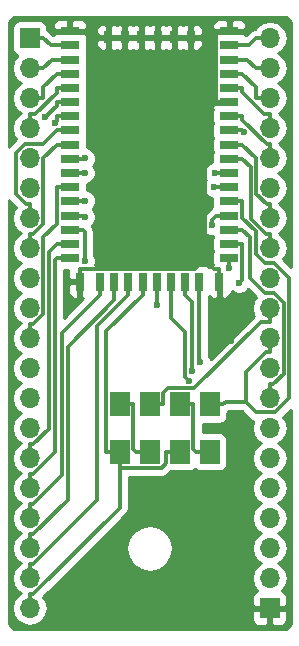
<source format=gtl>
G04 #@! TF.FileFunction,Copper,L1,Top,Signal*
%FSLAX46Y46*%
G04 Gerber Fmt 4.6, Leading zero omitted, Abs format (unit mm)*
G04 Created by KiCad (PCBNEW 4.0.7) date *
%MOMM*%
%LPD*%
G01*
G04 APERTURE LIST*
%ADD10C,0.100000*%
%ADD11R,1.600000X0.800000*%
%ADD12R,0.800000X1.600000*%
%ADD13R,0.800000X1.000000*%
%ADD14R,1.700000X2.000000*%
%ADD15R,1.700000X1.700000*%
%ADD16O,1.700000X1.700000*%
%ADD17C,0.600000*%
%ADD18C,0.304800*%
%ADD19C,0.254000*%
G04 APERTURE END LIST*
D10*
D11*
X130410000Y-90860000D03*
X130410000Y-92060000D03*
X130410000Y-93260000D03*
X130410000Y-94460000D03*
X130410000Y-95660000D03*
X130410000Y-96860000D03*
X130410000Y-98060000D03*
X130410000Y-99260000D03*
X130410000Y-100460000D03*
X130410000Y-101660000D03*
X130410000Y-102860000D03*
X130410000Y-104060000D03*
X130410000Y-105260000D03*
X130410000Y-106460000D03*
X130410000Y-107660000D03*
X130410000Y-108860000D03*
X130410000Y-110060000D03*
D12*
X131260000Y-112060000D03*
X132960000Y-112060000D03*
X134160000Y-112060000D03*
X135360000Y-112060000D03*
X136560000Y-112060000D03*
X137760000Y-112060000D03*
X138960000Y-112060000D03*
X140160000Y-112060000D03*
X141360000Y-112060000D03*
X143060000Y-112060000D03*
D11*
X143910000Y-110060000D03*
X143910000Y-108860000D03*
X143910000Y-107660000D03*
X143910000Y-106460000D03*
X143910000Y-105260000D03*
X143910000Y-104060000D03*
X143910000Y-102860000D03*
X143910000Y-101660000D03*
X143910000Y-100460000D03*
X143910000Y-99260000D03*
X143910000Y-98060000D03*
X143910000Y-96860000D03*
X143910000Y-95660000D03*
X143910000Y-94460000D03*
X143910000Y-93260000D03*
X143910000Y-92060000D03*
X143910000Y-90860000D03*
D13*
X140660000Y-91360000D03*
X139260000Y-91360000D03*
X137860000Y-91360000D03*
X136460000Y-91360000D03*
X135060000Y-91360000D03*
X133660000Y-91360000D03*
D14*
X137160000Y-122460000D03*
X137160000Y-126460000D03*
X142240000Y-122460000D03*
X142240000Y-126460000D03*
X134620000Y-126460000D03*
X134620000Y-122460000D03*
X139700000Y-126460000D03*
X139700000Y-122460000D03*
D15*
X127000000Y-91440000D03*
D16*
X127000000Y-93980000D03*
X127000000Y-96520000D03*
X127000000Y-99060000D03*
X127000000Y-101600000D03*
X127000000Y-104140000D03*
X127000000Y-106680000D03*
X127000000Y-109220000D03*
X127000000Y-111760000D03*
X127000000Y-114300000D03*
X127000000Y-116840000D03*
X127000000Y-119380000D03*
X127000000Y-121920000D03*
X127000000Y-124460000D03*
X127000000Y-127000000D03*
X127000000Y-129540000D03*
X127000000Y-132080000D03*
X127000000Y-134620000D03*
X127000000Y-137160000D03*
X127000000Y-139700000D03*
D15*
X147320000Y-139700000D03*
D16*
X147320000Y-137160000D03*
X147320000Y-134620000D03*
X147320000Y-132080000D03*
X147320000Y-129540000D03*
X147320000Y-127000000D03*
X147320000Y-124460000D03*
X147320000Y-121920000D03*
X147320000Y-119380000D03*
X147320000Y-116840000D03*
X147320000Y-114300000D03*
X147320000Y-111760000D03*
X147320000Y-109220000D03*
X147320000Y-106680000D03*
X147320000Y-104140000D03*
X147320000Y-101600000D03*
X147320000Y-99060000D03*
X147320000Y-96520000D03*
X147320000Y-93980000D03*
X147320000Y-91440000D03*
D17*
X144065200Y-117078000D03*
X128340300Y-98160500D03*
X129121300Y-98629800D03*
X131670200Y-101618700D03*
X131674400Y-102842100D03*
X131699400Y-105218100D03*
X131689800Y-106593200D03*
X131675800Y-110313400D03*
X137760000Y-114065000D03*
X140532600Y-120500500D03*
X140785900Y-119620000D03*
X141412000Y-118874000D03*
X143910000Y-110931400D03*
X144748200Y-112150800D03*
X142447500Y-107275400D03*
X142650100Y-104065700D03*
X142656600Y-102865700D03*
X145184100Y-99429000D03*
D18*
X136460000Y-91360000D02*
X137860000Y-91360000D01*
X137860000Y-91360000D02*
X139260000Y-91360000D01*
X139260000Y-91360000D02*
X140660000Y-91360000D01*
X140660000Y-91360000D02*
X141365100Y-91360000D01*
X143910000Y-90860000D02*
X142804900Y-90860000D01*
X143910000Y-96860000D02*
X142804900Y-96860000D01*
X141365100Y-91360000D02*
X142804800Y-91360000D01*
X142804900Y-91359900D02*
X142804900Y-90860000D01*
X142804800Y-91360000D02*
X142804900Y-91359900D01*
X132454900Y-90860000D02*
X130410000Y-90860000D01*
X132954900Y-91360000D02*
X132454900Y-90860000D01*
X133660000Y-91360000D02*
X132954900Y-91360000D01*
X136460000Y-91360000D02*
X135060000Y-91360000D01*
X135060000Y-91360000D02*
X133660000Y-91360000D01*
X131260000Y-112060000D02*
X131260000Y-110954900D01*
X142804800Y-96859900D02*
X142804900Y-96860000D01*
X142804800Y-91360000D02*
X142804800Y-96859900D01*
X141829000Y-97835900D02*
X141829000Y-110143200D01*
X142804900Y-96860000D02*
X141829000Y-97835900D01*
X141017300Y-110954900D02*
X131260000Y-110954900D01*
X141829000Y-110143200D02*
X141017300Y-110954900D01*
X142640700Y-110954900D02*
X143060000Y-110954900D01*
X141829000Y-110143200D02*
X142640700Y-110954900D01*
X143060000Y-112060000D02*
X143060000Y-110954900D01*
X143060000Y-112060000D02*
X143060000Y-113165100D01*
X144065200Y-114170300D02*
X144065200Y-117078000D01*
X143060000Y-113165100D02*
X144065200Y-114170300D01*
X128775100Y-92060000D02*
X130410000Y-92060000D01*
X128155100Y-91440000D02*
X128775100Y-92060000D01*
X127000000Y-91440000D02*
X128155100Y-91440000D01*
X128875100Y-93260000D02*
X130410000Y-93260000D01*
X128155100Y-93980000D02*
X128875100Y-93260000D01*
X127000000Y-93980000D02*
X128155100Y-93980000D01*
X128155100Y-95609800D02*
X129304900Y-94460000D01*
X128155100Y-96520000D02*
X128155100Y-95609800D01*
X127000000Y-96520000D02*
X128155100Y-96520000D01*
X130410000Y-94460000D02*
X129304900Y-94460000D01*
X129304900Y-96061300D02*
X129304900Y-95660000D01*
X127461300Y-97904900D02*
X129304900Y-96061300D01*
X127000000Y-97904900D02*
X127461300Y-97904900D01*
X127000000Y-99060000D02*
X127000000Y-97904900D01*
X130410000Y-95660000D02*
X129304900Y-95660000D01*
X129304900Y-97195900D02*
X129304900Y-96860000D01*
X128340300Y-98160500D02*
X129304900Y-97195900D01*
X130410000Y-96860000D02*
X129304900Y-96860000D01*
X130410000Y-98060000D02*
X129304900Y-98060000D01*
X129304900Y-98446200D02*
X129121300Y-98629800D01*
X129304900Y-98060000D02*
X129304900Y-98446200D01*
X128173200Y-100391700D02*
X129304900Y-99260000D01*
X126568300Y-100391700D02*
X128173200Y-100391700D01*
X125819300Y-101140700D02*
X126568300Y-100391700D01*
X125819300Y-104633000D02*
X125819300Y-101140700D01*
X126711200Y-105524900D02*
X125819300Y-104633000D01*
X127000000Y-105524900D02*
X126711200Y-105524900D01*
X127000000Y-106680000D02*
X127000000Y-105524900D01*
X130410000Y-99260000D02*
X129304900Y-99260000D01*
X128155100Y-101609800D02*
X129304900Y-100460000D01*
X128155100Y-107198700D02*
X128155100Y-101609800D01*
X127288900Y-108064900D02*
X128155100Y-107198700D01*
X127000000Y-108064900D02*
X127288900Y-108064900D01*
X127000000Y-109220000D02*
X127000000Y-108064900D01*
X130410000Y-100460000D02*
X129304900Y-100460000D01*
X130410000Y-101660000D02*
X131515100Y-101660000D01*
X131556400Y-101618700D02*
X131670200Y-101618700D01*
X131515100Y-101660000D02*
X131556400Y-101618700D01*
X130410000Y-102860000D02*
X131515100Y-102860000D01*
X131533000Y-102842100D02*
X131515100Y-102860000D01*
X131674400Y-102842100D02*
X131533000Y-102842100D01*
X129304900Y-107155000D02*
X129304900Y-104060000D01*
X128155100Y-108304800D02*
X129304900Y-107155000D01*
X128155100Y-114818700D02*
X128155100Y-108304800D01*
X127288900Y-115684900D02*
X128155100Y-114818700D01*
X127000000Y-115684900D02*
X127288900Y-115684900D01*
X127000000Y-116840000D02*
X127000000Y-115684900D01*
X130410000Y-104060000D02*
X129304900Y-104060000D01*
X130410000Y-105260000D02*
X131515100Y-105260000D01*
X131557000Y-105218100D02*
X131699400Y-105218100D01*
X131515100Y-105260000D02*
X131557000Y-105218100D01*
X131556600Y-106460000D02*
X130410000Y-106460000D01*
X131689800Y-106593200D02*
X131556600Y-106460000D01*
X130410000Y-107660000D02*
X131515100Y-107660000D01*
X131675800Y-107820700D02*
X131675800Y-110313400D01*
X131515100Y-107660000D02*
X131675800Y-107820700D01*
X128612700Y-109552200D02*
X129304900Y-108860000D01*
X128612700Y-124521000D02*
X128612700Y-109552200D01*
X127288800Y-125844900D02*
X128612700Y-124521000D01*
X127000000Y-125844900D02*
X127288800Y-125844900D01*
X127000000Y-127000000D02*
X127000000Y-125844900D01*
X130410000Y-108860000D02*
X129304900Y-108860000D01*
X127000000Y-129540000D02*
X127000000Y-128384900D01*
X130410000Y-110060000D02*
X129304900Y-110060000D01*
X129111100Y-110253800D02*
X129304900Y-110060000D01*
X129111100Y-126522500D02*
X129111100Y-110253800D01*
X127248700Y-128384900D02*
X129111100Y-126522500D01*
X127000000Y-128384900D02*
X127248700Y-128384900D01*
X127269200Y-130924900D02*
X127000000Y-130924900D01*
X129756400Y-128437700D02*
X127269200Y-130924900D01*
X129756400Y-116368700D02*
X129756400Y-128437700D01*
X132960000Y-113165100D02*
X129756400Y-116368700D01*
X132960000Y-112060000D02*
X132960000Y-113165100D01*
X127000000Y-132080000D02*
X127000000Y-130924900D01*
X134160000Y-113641600D02*
X134160000Y-112060000D01*
X130214000Y-117587600D02*
X134160000Y-113641600D01*
X130214000Y-130539700D02*
X130214000Y-117587600D01*
X127288800Y-133464900D02*
X130214000Y-130539700D01*
X127000000Y-133464900D02*
X127288800Y-133464900D01*
X127000000Y-134620000D02*
X127000000Y-133464900D01*
X127000000Y-137160000D02*
X127000000Y-136004900D01*
X135360000Y-112060000D02*
X135360000Y-113165100D01*
X132736200Y-115788900D02*
X135360000Y-113165100D01*
X132736200Y-130557600D02*
X132736200Y-115788900D01*
X127288900Y-136004900D02*
X132736200Y-130557600D01*
X127000000Y-136004900D02*
X127288900Y-136004900D01*
X134620000Y-126460000D02*
X133464900Y-126460000D01*
X127000000Y-139700000D02*
X127000000Y-138544900D01*
X139700000Y-126460000D02*
X138544900Y-126460000D01*
X138172200Y-127815300D02*
X134620000Y-127815300D01*
X138544900Y-127442600D02*
X138172200Y-127815300D01*
X138544900Y-126460000D02*
X138544900Y-127442600D01*
X134620000Y-131213700D02*
X134620000Y-127815300D01*
X127288800Y-138544900D02*
X134620000Y-131213700D01*
X127000000Y-138544900D02*
X127288800Y-138544900D01*
X134620000Y-127815300D02*
X134620000Y-126460000D01*
X133464900Y-116260200D02*
X133464900Y-126460000D01*
X136560000Y-113165100D02*
X133464900Y-116260200D01*
X136560000Y-112060000D02*
X136560000Y-113165100D01*
X137760000Y-114065000D02*
X137760000Y-112060000D01*
X138960000Y-115099800D02*
X138960000Y-112060000D01*
X140160000Y-116299800D02*
X138960000Y-115099800D01*
X140160000Y-120127900D02*
X140160000Y-116299800D01*
X140532600Y-120500500D02*
X140160000Y-120127900D01*
X140160000Y-112060000D02*
X140160000Y-113165100D01*
X140785900Y-113791000D02*
X140160000Y-113165100D01*
X140785900Y-119620000D02*
X140785900Y-113791000D01*
X141360000Y-112060000D02*
X141360000Y-113165100D01*
X141360000Y-118822000D02*
X141412000Y-118874000D01*
X141360000Y-113165100D02*
X141360000Y-118822000D01*
X143910000Y-110060000D02*
X143910000Y-110931400D01*
X143910000Y-108860000D02*
X145015100Y-108860000D01*
X145015100Y-111883900D02*
X145015100Y-108860000D01*
X144748200Y-112150800D02*
X145015100Y-111883900D01*
X145674800Y-108319700D02*
X145015100Y-107660000D01*
X145674800Y-111758500D02*
X145674800Y-108319700D01*
X146946300Y-113030000D02*
X145674800Y-111758500D01*
X147714400Y-113030000D02*
X146946300Y-113030000D01*
X148521300Y-113836900D02*
X147714400Y-113030000D01*
X148521300Y-119852400D02*
X148521300Y-113836900D01*
X147608800Y-120764900D02*
X148521300Y-119852400D01*
X147320000Y-120764900D02*
X147608800Y-120764900D01*
X147320000Y-121920000D02*
X147320000Y-120764900D01*
X143910000Y-107660000D02*
X145015100Y-107660000D01*
X143910000Y-106460000D02*
X142804900Y-106460000D01*
X142447500Y-106817400D02*
X142447500Y-107275400D01*
X142804900Y-106460000D02*
X142447500Y-106817400D01*
X143910000Y-105260000D02*
X145015100Y-105260000D01*
X142240000Y-122460000D02*
X143395100Y-122460000D01*
X145337700Y-119688600D02*
X145337700Y-122265600D01*
X147031200Y-117995100D02*
X145337700Y-119688600D01*
X147320000Y-117995100D02*
X147031200Y-117995100D01*
X143589500Y-122265600D02*
X145337700Y-122265600D01*
X143395100Y-122460000D02*
X143589500Y-122265600D01*
X145015100Y-106674400D02*
X145015100Y-105260000D01*
X146132400Y-107791700D02*
X145015100Y-106674400D01*
X146132400Y-109687400D02*
X146132400Y-107791700D01*
X146935000Y-110490000D02*
X146132400Y-109687400D01*
X147690000Y-110490000D02*
X146935000Y-110490000D01*
X148978900Y-111778900D02*
X147690000Y-110490000D01*
X148978900Y-121921600D02*
X148978900Y-111778900D01*
X147806100Y-123094400D02*
X148978900Y-121921600D01*
X146166500Y-123094400D02*
X147806100Y-123094400D01*
X145337700Y-122265600D02*
X146166500Y-123094400D01*
X147320000Y-116840000D02*
X147320000Y-117995100D01*
X142799200Y-104065700D02*
X142804900Y-104060000D01*
X142650100Y-104065700D02*
X142799200Y-104065700D01*
X143910000Y-104060000D02*
X142804900Y-104060000D01*
X147320000Y-114300000D02*
X147320000Y-115455100D01*
X137160000Y-122460000D02*
X138315100Y-122460000D01*
X146583500Y-115455100D02*
X147320000Y-115455100D01*
X140933000Y-121105600D02*
X146583500Y-115455100D01*
X138731000Y-121105600D02*
X140933000Y-121105600D01*
X138315100Y-121521500D02*
X138731000Y-121105600D01*
X138315100Y-122460000D02*
X138315100Y-121521500D01*
X143910000Y-102860000D02*
X142804900Y-102860000D01*
X142799200Y-102865700D02*
X142804900Y-102860000D01*
X142656600Y-102865700D02*
X142799200Y-102865700D01*
X147320000Y-109220000D02*
X147320000Y-108064900D01*
X143910000Y-101660000D02*
X145015100Y-101660000D01*
X147053600Y-108064900D02*
X147320000Y-108064900D01*
X145707300Y-106718600D02*
X147053600Y-108064900D01*
X145707300Y-102352200D02*
X145707300Y-106718600D01*
X145015100Y-101660000D02*
X145707300Y-102352200D01*
X146164800Y-101609700D02*
X145015100Y-100460000D01*
X146164800Y-104618400D02*
X146164800Y-101609700D01*
X147071300Y-105524900D02*
X146164800Y-104618400D01*
X147320000Y-105524900D02*
X147071300Y-105524900D01*
X147320000Y-106680000D02*
X147320000Y-105524900D01*
X143910000Y-100460000D02*
X145015100Y-100460000D01*
X143910000Y-99260000D02*
X145015100Y-99260000D01*
X145015100Y-99260000D02*
X145184100Y-99429000D01*
X145015100Y-98392500D02*
X145015100Y-98060000D01*
X147067500Y-100444900D02*
X145015100Y-98392500D01*
X147320000Y-100444900D02*
X147067500Y-100444900D01*
X147320000Y-101600000D02*
X147320000Y-100444900D01*
X143910000Y-98060000D02*
X145015100Y-98060000D01*
X145015100Y-96041400D02*
X145015100Y-95660000D01*
X146878600Y-97904900D02*
X145015100Y-96041400D01*
X147320000Y-97904900D02*
X146878600Y-97904900D01*
X147320000Y-99060000D02*
X147320000Y-97904900D01*
X143910000Y-95660000D02*
X145015100Y-95660000D01*
X146164900Y-95609800D02*
X145015100Y-94460000D01*
X146164900Y-96520000D02*
X146164900Y-95609800D01*
X147320000Y-96520000D02*
X146164900Y-96520000D01*
X143910000Y-94460000D02*
X145015100Y-94460000D01*
X145444900Y-93260000D02*
X143910000Y-93260000D01*
X146164900Y-93980000D02*
X145444900Y-93260000D01*
X147320000Y-93980000D02*
X146164900Y-93980000D01*
X145544900Y-92060000D02*
X143910000Y-92060000D01*
X146164900Y-91440000D02*
X145544900Y-92060000D01*
X147320000Y-91440000D02*
X146164900Y-91440000D01*
X135775100Y-126230200D02*
X136004900Y-126460000D01*
X135775100Y-122460000D02*
X135775100Y-126230200D01*
X137160000Y-126460000D02*
X136004900Y-126460000D01*
X134620000Y-122460000D02*
X135775100Y-122460000D01*
X140855100Y-126230200D02*
X141084900Y-126460000D01*
X140855100Y-122460000D02*
X140855100Y-126230200D01*
X142240000Y-126460000D02*
X141084900Y-126460000D01*
X139700000Y-122460000D02*
X140855100Y-122460000D01*
D19*
G36*
X125262524Y-105189776D02*
X125833471Y-105760723D01*
X125598946Y-106111715D01*
X125485907Y-106680000D01*
X125598946Y-107248285D01*
X125920853Y-107730054D01*
X126237164Y-107941406D01*
X126233221Y-107961229D01*
X125920853Y-108169946D01*
X125598946Y-108651715D01*
X125485907Y-109220000D01*
X125598946Y-109788285D01*
X125920853Y-110270054D01*
X126250026Y-110490000D01*
X125920853Y-110709946D01*
X125598946Y-111191715D01*
X125485907Y-111760000D01*
X125598946Y-112328285D01*
X125920853Y-112810054D01*
X126250026Y-113030000D01*
X125920853Y-113249946D01*
X125598946Y-113731715D01*
X125485907Y-114300000D01*
X125598946Y-114868285D01*
X125920853Y-115350054D01*
X126237164Y-115561406D01*
X126233221Y-115581229D01*
X125920853Y-115789946D01*
X125598946Y-116271715D01*
X125485907Y-116840000D01*
X125598946Y-117408285D01*
X125920853Y-117890054D01*
X126250026Y-118110000D01*
X125920853Y-118329946D01*
X125598946Y-118811715D01*
X125485907Y-119380000D01*
X125598946Y-119948285D01*
X125920853Y-120430054D01*
X126250026Y-120650000D01*
X125920853Y-120869946D01*
X125598946Y-121351715D01*
X125485907Y-121920000D01*
X125598946Y-122488285D01*
X125920853Y-122970054D01*
X126250026Y-123190000D01*
X125920853Y-123409946D01*
X125598946Y-123891715D01*
X125485907Y-124460000D01*
X125598946Y-125028285D01*
X125920853Y-125510054D01*
X126237164Y-125721406D01*
X126233221Y-125741229D01*
X125920853Y-125949946D01*
X125598946Y-126431715D01*
X125485907Y-127000000D01*
X125598946Y-127568285D01*
X125920853Y-128050054D01*
X126237164Y-128261406D01*
X126233221Y-128281229D01*
X125920853Y-128489946D01*
X125598946Y-128971715D01*
X125485907Y-129540000D01*
X125598946Y-130108285D01*
X125920853Y-130590054D01*
X126237164Y-130801406D01*
X126233221Y-130821229D01*
X125920853Y-131029946D01*
X125598946Y-131511715D01*
X125485907Y-132080000D01*
X125598946Y-132648285D01*
X125920853Y-133130054D01*
X126237164Y-133341406D01*
X126233221Y-133361229D01*
X125920853Y-133569946D01*
X125598946Y-134051715D01*
X125485907Y-134620000D01*
X125598946Y-135188285D01*
X125920853Y-135670054D01*
X126237164Y-135881406D01*
X126233221Y-135901229D01*
X125920853Y-136109946D01*
X125598946Y-136591715D01*
X125485907Y-137160000D01*
X125598946Y-137728285D01*
X125920853Y-138210054D01*
X126237164Y-138421406D01*
X126233221Y-138441229D01*
X125920853Y-138649946D01*
X125598946Y-139131715D01*
X125485907Y-139700000D01*
X125598946Y-140268285D01*
X125920853Y-140750054D01*
X126402622Y-141071961D01*
X126970907Y-141185000D01*
X127029093Y-141185000D01*
X127597378Y-141071961D01*
X128079147Y-140750054D01*
X128401054Y-140268285D01*
X128457253Y-139985750D01*
X145835000Y-139985750D01*
X145835000Y-140676310D01*
X145931673Y-140909699D01*
X146110302Y-141088327D01*
X146343691Y-141185000D01*
X147034250Y-141185000D01*
X147193000Y-141026250D01*
X147193000Y-139827000D01*
X147447000Y-139827000D01*
X147447000Y-141026250D01*
X147605750Y-141185000D01*
X148296309Y-141185000D01*
X148529698Y-141088327D01*
X148708327Y-140909699D01*
X148805000Y-140676310D01*
X148805000Y-139985750D01*
X148646250Y-139827000D01*
X147447000Y-139827000D01*
X147193000Y-139827000D01*
X145993750Y-139827000D01*
X145835000Y-139985750D01*
X128457253Y-139985750D01*
X128514093Y-139700000D01*
X128401054Y-139131715D01*
X128166529Y-138780723D01*
X132327252Y-134620000D01*
X135180000Y-134620000D01*
X135330719Y-135377713D01*
X135759929Y-136020071D01*
X136402287Y-136449281D01*
X137160000Y-136600000D01*
X137917713Y-136449281D01*
X138560071Y-136020071D01*
X138989281Y-135377713D01*
X139140000Y-134620000D01*
X138989281Y-133862287D01*
X138560071Y-133219929D01*
X137917713Y-132790719D01*
X137160000Y-132640000D01*
X136402287Y-132790719D01*
X135759929Y-133219929D01*
X135330719Y-133862287D01*
X135180000Y-134620000D01*
X132327252Y-134620000D01*
X135176776Y-131770476D01*
X135347463Y-131515025D01*
X135407400Y-131213700D01*
X135407400Y-128602700D01*
X138172200Y-128602700D01*
X138473525Y-128542763D01*
X138728976Y-128372076D01*
X138993612Y-128107440D01*
X140550000Y-128107440D01*
X140785317Y-128063162D01*
X140972077Y-127942985D01*
X141138110Y-128056431D01*
X141390000Y-128107440D01*
X143090000Y-128107440D01*
X143325317Y-128063162D01*
X143541441Y-127924090D01*
X143686431Y-127711890D01*
X143737440Y-127460000D01*
X143737440Y-125460000D01*
X143693162Y-125224683D01*
X143554090Y-125008559D01*
X143341890Y-124863569D01*
X143090000Y-124812560D01*
X141642500Y-124812560D01*
X141642500Y-124107440D01*
X143090000Y-124107440D01*
X143325317Y-124063162D01*
X143541441Y-123924090D01*
X143686431Y-123711890D01*
X143737440Y-123460000D01*
X143737440Y-123160058D01*
X143897663Y-123053000D01*
X145011548Y-123053000D01*
X145609724Y-123651176D01*
X145865175Y-123821863D01*
X145953836Y-123839499D01*
X145918946Y-123891715D01*
X145805907Y-124460000D01*
X145918946Y-125028285D01*
X146240853Y-125510054D01*
X146570026Y-125730000D01*
X146240853Y-125949946D01*
X145918946Y-126431715D01*
X145805907Y-127000000D01*
X145918946Y-127568285D01*
X146240853Y-128050054D01*
X146570026Y-128270000D01*
X146240853Y-128489946D01*
X145918946Y-128971715D01*
X145805907Y-129540000D01*
X145918946Y-130108285D01*
X146240853Y-130590054D01*
X146570026Y-130810000D01*
X146240853Y-131029946D01*
X145918946Y-131511715D01*
X145805907Y-132080000D01*
X145918946Y-132648285D01*
X146240853Y-133130054D01*
X146570026Y-133350000D01*
X146240853Y-133569946D01*
X145918946Y-134051715D01*
X145805907Y-134620000D01*
X145918946Y-135188285D01*
X146240853Y-135670054D01*
X146570026Y-135890000D01*
X146240853Y-136109946D01*
X145918946Y-136591715D01*
X145805907Y-137160000D01*
X145918946Y-137728285D01*
X146240853Y-138210054D01*
X146284777Y-138239403D01*
X146110302Y-138311673D01*
X145931673Y-138490301D01*
X145835000Y-138723690D01*
X145835000Y-139414250D01*
X145993750Y-139573000D01*
X147193000Y-139573000D01*
X147193000Y-139553000D01*
X147447000Y-139553000D01*
X147447000Y-139573000D01*
X148646250Y-139573000D01*
X148805000Y-139414250D01*
X148805000Y-138723690D01*
X148708327Y-138490301D01*
X148529698Y-138311673D01*
X148355223Y-138239403D01*
X148399147Y-138210054D01*
X148721054Y-137728285D01*
X148834093Y-137160000D01*
X148721054Y-136591715D01*
X148399147Y-136109946D01*
X148069974Y-135890000D01*
X148399147Y-135670054D01*
X148721054Y-135188285D01*
X148834093Y-134620000D01*
X148721054Y-134051715D01*
X148399147Y-133569946D01*
X148069974Y-133350000D01*
X148399147Y-133130054D01*
X148721054Y-132648285D01*
X148834093Y-132080000D01*
X148721054Y-131511715D01*
X148399147Y-131029946D01*
X148069974Y-130810000D01*
X148399147Y-130590054D01*
X148721054Y-130108285D01*
X148834093Y-129540000D01*
X148721054Y-128971715D01*
X148399147Y-128489946D01*
X148069974Y-128270000D01*
X148399147Y-128050054D01*
X148721054Y-127568285D01*
X148834093Y-127000000D01*
X148721054Y-126431715D01*
X148399147Y-125949946D01*
X148069974Y-125730000D01*
X148399147Y-125510054D01*
X148721054Y-125028285D01*
X148834093Y-124460000D01*
X148721054Y-123891715D01*
X148481242Y-123532810D01*
X149098000Y-122916052D01*
X149098000Y-141044394D01*
X148664394Y-141478000D01*
X125655606Y-141478000D01*
X125222000Y-141044394D01*
X125222000Y-105129128D01*
X125262524Y-105189776D01*
X125262524Y-105189776D01*
G37*
X125262524Y-105189776D02*
X125833471Y-105760723D01*
X125598946Y-106111715D01*
X125485907Y-106680000D01*
X125598946Y-107248285D01*
X125920853Y-107730054D01*
X126237164Y-107941406D01*
X126233221Y-107961229D01*
X125920853Y-108169946D01*
X125598946Y-108651715D01*
X125485907Y-109220000D01*
X125598946Y-109788285D01*
X125920853Y-110270054D01*
X126250026Y-110490000D01*
X125920853Y-110709946D01*
X125598946Y-111191715D01*
X125485907Y-111760000D01*
X125598946Y-112328285D01*
X125920853Y-112810054D01*
X126250026Y-113030000D01*
X125920853Y-113249946D01*
X125598946Y-113731715D01*
X125485907Y-114300000D01*
X125598946Y-114868285D01*
X125920853Y-115350054D01*
X126237164Y-115561406D01*
X126233221Y-115581229D01*
X125920853Y-115789946D01*
X125598946Y-116271715D01*
X125485907Y-116840000D01*
X125598946Y-117408285D01*
X125920853Y-117890054D01*
X126250026Y-118110000D01*
X125920853Y-118329946D01*
X125598946Y-118811715D01*
X125485907Y-119380000D01*
X125598946Y-119948285D01*
X125920853Y-120430054D01*
X126250026Y-120650000D01*
X125920853Y-120869946D01*
X125598946Y-121351715D01*
X125485907Y-121920000D01*
X125598946Y-122488285D01*
X125920853Y-122970054D01*
X126250026Y-123190000D01*
X125920853Y-123409946D01*
X125598946Y-123891715D01*
X125485907Y-124460000D01*
X125598946Y-125028285D01*
X125920853Y-125510054D01*
X126237164Y-125721406D01*
X126233221Y-125741229D01*
X125920853Y-125949946D01*
X125598946Y-126431715D01*
X125485907Y-127000000D01*
X125598946Y-127568285D01*
X125920853Y-128050054D01*
X126237164Y-128261406D01*
X126233221Y-128281229D01*
X125920853Y-128489946D01*
X125598946Y-128971715D01*
X125485907Y-129540000D01*
X125598946Y-130108285D01*
X125920853Y-130590054D01*
X126237164Y-130801406D01*
X126233221Y-130821229D01*
X125920853Y-131029946D01*
X125598946Y-131511715D01*
X125485907Y-132080000D01*
X125598946Y-132648285D01*
X125920853Y-133130054D01*
X126237164Y-133341406D01*
X126233221Y-133361229D01*
X125920853Y-133569946D01*
X125598946Y-134051715D01*
X125485907Y-134620000D01*
X125598946Y-135188285D01*
X125920853Y-135670054D01*
X126237164Y-135881406D01*
X126233221Y-135901229D01*
X125920853Y-136109946D01*
X125598946Y-136591715D01*
X125485907Y-137160000D01*
X125598946Y-137728285D01*
X125920853Y-138210054D01*
X126237164Y-138421406D01*
X126233221Y-138441229D01*
X125920853Y-138649946D01*
X125598946Y-139131715D01*
X125485907Y-139700000D01*
X125598946Y-140268285D01*
X125920853Y-140750054D01*
X126402622Y-141071961D01*
X126970907Y-141185000D01*
X127029093Y-141185000D01*
X127597378Y-141071961D01*
X128079147Y-140750054D01*
X128401054Y-140268285D01*
X128457253Y-139985750D01*
X145835000Y-139985750D01*
X145835000Y-140676310D01*
X145931673Y-140909699D01*
X146110302Y-141088327D01*
X146343691Y-141185000D01*
X147034250Y-141185000D01*
X147193000Y-141026250D01*
X147193000Y-139827000D01*
X147447000Y-139827000D01*
X147447000Y-141026250D01*
X147605750Y-141185000D01*
X148296309Y-141185000D01*
X148529698Y-141088327D01*
X148708327Y-140909699D01*
X148805000Y-140676310D01*
X148805000Y-139985750D01*
X148646250Y-139827000D01*
X147447000Y-139827000D01*
X147193000Y-139827000D01*
X145993750Y-139827000D01*
X145835000Y-139985750D01*
X128457253Y-139985750D01*
X128514093Y-139700000D01*
X128401054Y-139131715D01*
X128166529Y-138780723D01*
X132327252Y-134620000D01*
X135180000Y-134620000D01*
X135330719Y-135377713D01*
X135759929Y-136020071D01*
X136402287Y-136449281D01*
X137160000Y-136600000D01*
X137917713Y-136449281D01*
X138560071Y-136020071D01*
X138989281Y-135377713D01*
X139140000Y-134620000D01*
X138989281Y-133862287D01*
X138560071Y-133219929D01*
X137917713Y-132790719D01*
X137160000Y-132640000D01*
X136402287Y-132790719D01*
X135759929Y-133219929D01*
X135330719Y-133862287D01*
X135180000Y-134620000D01*
X132327252Y-134620000D01*
X135176776Y-131770476D01*
X135347463Y-131515025D01*
X135407400Y-131213700D01*
X135407400Y-128602700D01*
X138172200Y-128602700D01*
X138473525Y-128542763D01*
X138728976Y-128372076D01*
X138993612Y-128107440D01*
X140550000Y-128107440D01*
X140785317Y-128063162D01*
X140972077Y-127942985D01*
X141138110Y-128056431D01*
X141390000Y-128107440D01*
X143090000Y-128107440D01*
X143325317Y-128063162D01*
X143541441Y-127924090D01*
X143686431Y-127711890D01*
X143737440Y-127460000D01*
X143737440Y-125460000D01*
X143693162Y-125224683D01*
X143554090Y-125008559D01*
X143341890Y-124863569D01*
X143090000Y-124812560D01*
X141642500Y-124812560D01*
X141642500Y-124107440D01*
X143090000Y-124107440D01*
X143325317Y-124063162D01*
X143541441Y-123924090D01*
X143686431Y-123711890D01*
X143737440Y-123460000D01*
X143737440Y-123160058D01*
X143897663Y-123053000D01*
X145011548Y-123053000D01*
X145609724Y-123651176D01*
X145865175Y-123821863D01*
X145953836Y-123839499D01*
X145918946Y-123891715D01*
X145805907Y-124460000D01*
X145918946Y-125028285D01*
X146240853Y-125510054D01*
X146570026Y-125730000D01*
X146240853Y-125949946D01*
X145918946Y-126431715D01*
X145805907Y-127000000D01*
X145918946Y-127568285D01*
X146240853Y-128050054D01*
X146570026Y-128270000D01*
X146240853Y-128489946D01*
X145918946Y-128971715D01*
X145805907Y-129540000D01*
X145918946Y-130108285D01*
X146240853Y-130590054D01*
X146570026Y-130810000D01*
X146240853Y-131029946D01*
X145918946Y-131511715D01*
X145805907Y-132080000D01*
X145918946Y-132648285D01*
X146240853Y-133130054D01*
X146570026Y-133350000D01*
X146240853Y-133569946D01*
X145918946Y-134051715D01*
X145805907Y-134620000D01*
X145918946Y-135188285D01*
X146240853Y-135670054D01*
X146570026Y-135890000D01*
X146240853Y-136109946D01*
X145918946Y-136591715D01*
X145805907Y-137160000D01*
X145918946Y-137728285D01*
X146240853Y-138210054D01*
X146284777Y-138239403D01*
X146110302Y-138311673D01*
X145931673Y-138490301D01*
X145835000Y-138723690D01*
X145835000Y-139414250D01*
X145993750Y-139573000D01*
X147193000Y-139573000D01*
X147193000Y-139553000D01*
X147447000Y-139553000D01*
X147447000Y-139573000D01*
X148646250Y-139573000D01*
X148805000Y-139414250D01*
X148805000Y-138723690D01*
X148708327Y-138490301D01*
X148529698Y-138311673D01*
X148355223Y-138239403D01*
X148399147Y-138210054D01*
X148721054Y-137728285D01*
X148834093Y-137160000D01*
X148721054Y-136591715D01*
X148399147Y-136109946D01*
X148069974Y-135890000D01*
X148399147Y-135670054D01*
X148721054Y-135188285D01*
X148834093Y-134620000D01*
X148721054Y-134051715D01*
X148399147Y-133569946D01*
X148069974Y-133350000D01*
X148399147Y-133130054D01*
X148721054Y-132648285D01*
X148834093Y-132080000D01*
X148721054Y-131511715D01*
X148399147Y-131029946D01*
X148069974Y-130810000D01*
X148399147Y-130590054D01*
X148721054Y-130108285D01*
X148834093Y-129540000D01*
X148721054Y-128971715D01*
X148399147Y-128489946D01*
X148069974Y-128270000D01*
X148399147Y-128050054D01*
X148721054Y-127568285D01*
X148834093Y-127000000D01*
X148721054Y-126431715D01*
X148399147Y-125949946D01*
X148069974Y-125730000D01*
X148399147Y-125510054D01*
X148721054Y-125028285D01*
X148834093Y-124460000D01*
X148721054Y-123891715D01*
X148481242Y-123532810D01*
X149098000Y-122916052D01*
X149098000Y-141044394D01*
X148664394Y-141478000D01*
X125655606Y-141478000D01*
X125222000Y-141044394D01*
X125222000Y-105129128D01*
X125262524Y-105189776D01*
G36*
X143187000Y-111933000D02*
X143207000Y-111933000D01*
X143207000Y-112187000D01*
X143187000Y-112187000D01*
X143187000Y-113336250D01*
X143345750Y-113495000D01*
X143586310Y-113495000D01*
X143819699Y-113398327D01*
X143998327Y-113219698D01*
X144095000Y-112986309D01*
X144095000Y-112819904D01*
X144217873Y-112942992D01*
X144561401Y-113085638D01*
X144933367Y-113085962D01*
X145277143Y-112943917D01*
X145512109Y-112709361D01*
X146165487Y-113362739D01*
X145918946Y-113731715D01*
X145805907Y-114300000D01*
X145918946Y-114868285D01*
X145974148Y-114950900D01*
X142314723Y-118610325D01*
X142205117Y-118345057D01*
X142147400Y-118287239D01*
X142147400Y-113365299D01*
X142211441Y-113324090D01*
X142217377Y-113315402D01*
X142300301Y-113398327D01*
X142533690Y-113495000D01*
X142774250Y-113495000D01*
X142933000Y-113336250D01*
X142933000Y-112187000D01*
X142913000Y-112187000D01*
X142913000Y-111933000D01*
X142933000Y-111933000D01*
X142933000Y-111913000D01*
X143187000Y-111913000D01*
X143187000Y-111933000D01*
X143187000Y-111933000D01*
G37*
X143187000Y-111933000D02*
X143207000Y-111933000D01*
X143207000Y-112187000D01*
X143187000Y-112187000D01*
X143187000Y-113336250D01*
X143345750Y-113495000D01*
X143586310Y-113495000D01*
X143819699Y-113398327D01*
X143998327Y-113219698D01*
X144095000Y-112986309D01*
X144095000Y-112819904D01*
X144217873Y-112942992D01*
X144561401Y-113085638D01*
X144933367Y-113085962D01*
X145277143Y-112943917D01*
X145512109Y-112709361D01*
X146165487Y-113362739D01*
X145918946Y-113731715D01*
X145805907Y-114300000D01*
X145918946Y-114868285D01*
X145974148Y-114950900D01*
X142314723Y-118610325D01*
X142205117Y-118345057D01*
X142147400Y-118287239D01*
X142147400Y-113365299D01*
X142211441Y-113324090D01*
X142217377Y-113315402D01*
X142300301Y-113398327D01*
X142533690Y-113495000D01*
X142774250Y-113495000D01*
X142933000Y-113336250D01*
X142933000Y-112187000D01*
X142913000Y-112187000D01*
X142913000Y-111933000D01*
X142933000Y-111933000D01*
X142933000Y-111913000D01*
X143187000Y-111913000D01*
X143187000Y-111933000D01*
G36*
X130225000Y-111133691D02*
X130225000Y-111774250D01*
X130383750Y-111933000D01*
X131133000Y-111933000D01*
X131133000Y-111913000D01*
X131387000Y-111913000D01*
X131387000Y-111933000D01*
X131407000Y-111933000D01*
X131407000Y-112187000D01*
X131387000Y-112187000D01*
X131387000Y-113336250D01*
X131531149Y-113480399D01*
X129898500Y-115113048D01*
X129898500Y-112345750D01*
X130225000Y-112345750D01*
X130225000Y-112986309D01*
X130321673Y-113219698D01*
X130500301Y-113398327D01*
X130733690Y-113495000D01*
X130974250Y-113495000D01*
X131133000Y-113336250D01*
X131133000Y-112187000D01*
X130383750Y-112187000D01*
X130225000Y-112345750D01*
X129898500Y-112345750D01*
X129898500Y-111107440D01*
X130235874Y-111107440D01*
X130225000Y-111133691D01*
X130225000Y-111133691D01*
G37*
X130225000Y-111133691D02*
X130225000Y-111774250D01*
X130383750Y-111933000D01*
X131133000Y-111933000D01*
X131133000Y-111913000D01*
X131387000Y-111913000D01*
X131387000Y-111933000D01*
X131407000Y-111933000D01*
X131407000Y-112187000D01*
X131387000Y-112187000D01*
X131387000Y-113336250D01*
X131531149Y-113480399D01*
X129898500Y-115113048D01*
X129898500Y-112345750D01*
X130225000Y-112345750D01*
X130225000Y-112986309D01*
X130321673Y-113219698D01*
X130500301Y-113398327D01*
X130733690Y-113495000D01*
X130974250Y-113495000D01*
X131133000Y-113336250D01*
X131133000Y-112187000D01*
X130383750Y-112187000D01*
X130225000Y-112345750D01*
X129898500Y-112345750D01*
X129898500Y-111107440D01*
X130235874Y-111107440D01*
X130225000Y-111133691D01*
G36*
X149098000Y-90095606D02*
X149098000Y-110784448D01*
X148473031Y-110159479D01*
X148721054Y-109788285D01*
X148834093Y-109220000D01*
X148721054Y-108651715D01*
X148399147Y-108169946D01*
X148086779Y-107961229D01*
X148082836Y-107941406D01*
X148399147Y-107730054D01*
X148721054Y-107248285D01*
X148834093Y-106680000D01*
X148721054Y-106111715D01*
X148399147Y-105629946D01*
X148086779Y-105421229D01*
X148082836Y-105401406D01*
X148399147Y-105190054D01*
X148721054Y-104708285D01*
X148834093Y-104140000D01*
X148721054Y-103571715D01*
X148399147Y-103089946D01*
X148069974Y-102870000D01*
X148399147Y-102650054D01*
X148721054Y-102168285D01*
X148834093Y-101600000D01*
X148721054Y-101031715D01*
X148399147Y-100549946D01*
X148086779Y-100341229D01*
X148082836Y-100321406D01*
X148399147Y-100110054D01*
X148721054Y-99628285D01*
X148834093Y-99060000D01*
X148721054Y-98491715D01*
X148399147Y-98009946D01*
X148086779Y-97801229D01*
X148082836Y-97781406D01*
X148399147Y-97570054D01*
X148721054Y-97088285D01*
X148834093Y-96520000D01*
X148721054Y-95951715D01*
X148399147Y-95469946D01*
X148069974Y-95250000D01*
X148399147Y-95030054D01*
X148721054Y-94548285D01*
X148834093Y-93980000D01*
X148721054Y-93411715D01*
X148399147Y-92929946D01*
X148069974Y-92710000D01*
X148399147Y-92490054D01*
X148721054Y-92008285D01*
X148834093Y-91440000D01*
X148721054Y-90871715D01*
X148399147Y-90389946D01*
X147917378Y-90068039D01*
X147349093Y-89955000D01*
X147290907Y-89955000D01*
X146722622Y-90068039D01*
X146240853Y-90389946D01*
X146050095Y-90675436D01*
X145863575Y-90712537D01*
X145608124Y-90883224D01*
X145345000Y-91146348D01*
X145345000Y-91145750D01*
X145186250Y-90987000D01*
X144037000Y-90987000D01*
X144037000Y-91007000D01*
X143783000Y-91007000D01*
X143783000Y-90987000D01*
X142633750Y-90987000D01*
X142475000Y-91145750D01*
X142475000Y-91386310D01*
X142503870Y-91456007D01*
X142462560Y-91660000D01*
X142462560Y-92460000D01*
X142501574Y-92667342D01*
X142462560Y-92860000D01*
X142462560Y-93660000D01*
X142501574Y-93867342D01*
X142462560Y-94060000D01*
X142462560Y-94860000D01*
X142501574Y-95067342D01*
X142462560Y-95260000D01*
X142462560Y-96060000D01*
X142501858Y-96268850D01*
X142475000Y-96333690D01*
X142475000Y-96574250D01*
X142633750Y-96733000D01*
X143783000Y-96733000D01*
X143783000Y-96713000D01*
X144037000Y-96713000D01*
X144037000Y-96733000D01*
X144057000Y-96733000D01*
X144057000Y-96987000D01*
X144037000Y-96987000D01*
X144037000Y-97007000D01*
X143783000Y-97007000D01*
X143783000Y-96987000D01*
X142633750Y-96987000D01*
X142475000Y-97145750D01*
X142475000Y-97386310D01*
X142503870Y-97456007D01*
X142462560Y-97660000D01*
X142462560Y-98460000D01*
X142501574Y-98667342D01*
X142462560Y-98860000D01*
X142462560Y-99660000D01*
X142501574Y-99867342D01*
X142462560Y-100060000D01*
X142462560Y-100860000D01*
X142501574Y-101067342D01*
X142462560Y-101260000D01*
X142462560Y-101934204D01*
X142127657Y-102072583D01*
X141864408Y-102335373D01*
X141721762Y-102678901D01*
X141721438Y-103050867D01*
X141863483Y-103394643D01*
X141931065Y-103462343D01*
X141857908Y-103535373D01*
X141715262Y-103878901D01*
X141714938Y-104250867D01*
X141856983Y-104594643D01*
X142119773Y-104857892D01*
X142462560Y-105000230D01*
X142462560Y-105660000D01*
X142479265Y-105748780D01*
X142248124Y-105903224D01*
X141890724Y-106260624D01*
X141720037Y-106516075D01*
X141679238Y-106721184D01*
X141655308Y-106745073D01*
X141512662Y-107088601D01*
X141512338Y-107460567D01*
X141654383Y-107804343D01*
X141917173Y-108067592D01*
X142260701Y-108210238D01*
X142490867Y-108210438D01*
X142501574Y-108267342D01*
X142462560Y-108460000D01*
X142462560Y-109260000D01*
X142501574Y-109467342D01*
X142462560Y-109660000D01*
X142462560Y-110460000D01*
X142496505Y-110640403D01*
X142300301Y-110721673D01*
X142217748Y-110804226D01*
X142011890Y-110663569D01*
X141760000Y-110612560D01*
X140960000Y-110612560D01*
X140752658Y-110651574D01*
X140560000Y-110612560D01*
X139760000Y-110612560D01*
X139552658Y-110651574D01*
X139360000Y-110612560D01*
X138560000Y-110612560D01*
X138352658Y-110651574D01*
X138160000Y-110612560D01*
X137360000Y-110612560D01*
X137152658Y-110651574D01*
X136960000Y-110612560D01*
X136160000Y-110612560D01*
X135952658Y-110651574D01*
X135760000Y-110612560D01*
X134960000Y-110612560D01*
X134752658Y-110651574D01*
X134560000Y-110612560D01*
X133760000Y-110612560D01*
X133552658Y-110651574D01*
X133360000Y-110612560D01*
X132563981Y-110612560D01*
X132610638Y-110500199D01*
X132610962Y-110128233D01*
X132468917Y-109784457D01*
X132463200Y-109778730D01*
X132463200Y-107820700D01*
X132403263Y-107519375D01*
X132276099Y-107329061D01*
X132481992Y-107123527D01*
X132624638Y-106779999D01*
X132624962Y-106408033D01*
X132482917Y-106064257D01*
X132329332Y-105910404D01*
X132491592Y-105748427D01*
X132634238Y-105404899D01*
X132634562Y-105032933D01*
X132492517Y-104689157D01*
X132229727Y-104425908D01*
X131886199Y-104283262D01*
X131857440Y-104283237D01*
X131857440Y-103777260D01*
X131859567Y-103777262D01*
X132203343Y-103635217D01*
X132466592Y-103372427D01*
X132609238Y-103028899D01*
X132609562Y-102656933D01*
X132467517Y-102313157D01*
X132382894Y-102228386D01*
X132462392Y-102149027D01*
X132605038Y-101805499D01*
X132605362Y-101433533D01*
X132463317Y-101089757D01*
X132200527Y-100826508D01*
X131857440Y-100684045D01*
X131857440Y-100060000D01*
X131818426Y-99852658D01*
X131857440Y-99660000D01*
X131857440Y-98860000D01*
X131818426Y-98652658D01*
X131857440Y-98460000D01*
X131857440Y-97660000D01*
X131818426Y-97452658D01*
X131857440Y-97260000D01*
X131857440Y-96460000D01*
X131818426Y-96252658D01*
X131857440Y-96060000D01*
X131857440Y-95260000D01*
X131818426Y-95052658D01*
X131857440Y-94860000D01*
X131857440Y-94060000D01*
X131818426Y-93852658D01*
X131857440Y-93660000D01*
X131857440Y-92860000D01*
X131818426Y-92652658D01*
X131857440Y-92460000D01*
X131857440Y-91660000D01*
X131854759Y-91645750D01*
X132625000Y-91645750D01*
X132625000Y-91986310D01*
X132721673Y-92219699D01*
X132900302Y-92398327D01*
X133133691Y-92495000D01*
X133374250Y-92495000D01*
X133533000Y-92336250D01*
X133533000Y-91487000D01*
X133787000Y-91487000D01*
X133787000Y-92336250D01*
X133945750Y-92495000D01*
X134186309Y-92495000D01*
X134360000Y-92423055D01*
X134533691Y-92495000D01*
X134774250Y-92495000D01*
X134933000Y-92336250D01*
X134933000Y-91487000D01*
X135187000Y-91487000D01*
X135187000Y-92336250D01*
X135345750Y-92495000D01*
X135586309Y-92495000D01*
X135760000Y-92423055D01*
X135933691Y-92495000D01*
X136174250Y-92495000D01*
X136333000Y-92336250D01*
X136333000Y-91487000D01*
X136587000Y-91487000D01*
X136587000Y-92336250D01*
X136745750Y-92495000D01*
X136986309Y-92495000D01*
X137160000Y-92423055D01*
X137333691Y-92495000D01*
X137574250Y-92495000D01*
X137733000Y-92336250D01*
X137733000Y-91487000D01*
X137987000Y-91487000D01*
X137987000Y-92336250D01*
X138145750Y-92495000D01*
X138386309Y-92495000D01*
X138560000Y-92423055D01*
X138733691Y-92495000D01*
X138974250Y-92495000D01*
X139133000Y-92336250D01*
X139133000Y-91487000D01*
X139387000Y-91487000D01*
X139387000Y-92336250D01*
X139545750Y-92495000D01*
X139786309Y-92495000D01*
X139960000Y-92423055D01*
X140133691Y-92495000D01*
X140374250Y-92495000D01*
X140533000Y-92336250D01*
X140533000Y-91487000D01*
X140787000Y-91487000D01*
X140787000Y-92336250D01*
X140945750Y-92495000D01*
X141186309Y-92495000D01*
X141419698Y-92398327D01*
X141598327Y-92219699D01*
X141695000Y-91986310D01*
X141695000Y-91645750D01*
X141536250Y-91487000D01*
X140787000Y-91487000D01*
X140533000Y-91487000D01*
X139387000Y-91487000D01*
X139133000Y-91487000D01*
X137987000Y-91487000D01*
X137733000Y-91487000D01*
X136587000Y-91487000D01*
X136333000Y-91487000D01*
X135187000Y-91487000D01*
X134933000Y-91487000D01*
X133787000Y-91487000D01*
X133533000Y-91487000D01*
X132783750Y-91487000D01*
X132625000Y-91645750D01*
X131854759Y-91645750D01*
X131818142Y-91451150D01*
X131845000Y-91386310D01*
X131845000Y-91145750D01*
X131686250Y-90987000D01*
X130537000Y-90987000D01*
X130537000Y-91007000D01*
X130283000Y-91007000D01*
X130283000Y-90987000D01*
X129133750Y-90987000D01*
X128975000Y-91145750D01*
X128975000Y-91146348D01*
X128711876Y-90883224D01*
X128497440Y-90739942D01*
X128497440Y-90733690D01*
X132625000Y-90733690D01*
X132625000Y-91074250D01*
X132783750Y-91233000D01*
X133533000Y-91233000D01*
X133533000Y-90383750D01*
X133787000Y-90383750D01*
X133787000Y-91233000D01*
X134933000Y-91233000D01*
X134933000Y-90383750D01*
X135187000Y-90383750D01*
X135187000Y-91233000D01*
X136333000Y-91233000D01*
X136333000Y-90383750D01*
X136587000Y-90383750D01*
X136587000Y-91233000D01*
X137733000Y-91233000D01*
X137733000Y-90383750D01*
X137987000Y-90383750D01*
X137987000Y-91233000D01*
X139133000Y-91233000D01*
X139133000Y-90383750D01*
X139387000Y-90383750D01*
X139387000Y-91233000D01*
X140533000Y-91233000D01*
X140533000Y-90383750D01*
X140787000Y-90383750D01*
X140787000Y-91233000D01*
X141536250Y-91233000D01*
X141695000Y-91074250D01*
X141695000Y-90733690D01*
X141598327Y-90500301D01*
X141431716Y-90333690D01*
X142475000Y-90333690D01*
X142475000Y-90574250D01*
X142633750Y-90733000D01*
X143783000Y-90733000D01*
X143783000Y-89983750D01*
X144037000Y-89983750D01*
X144037000Y-90733000D01*
X145186250Y-90733000D01*
X145345000Y-90574250D01*
X145345000Y-90333690D01*
X145248327Y-90100301D01*
X145069698Y-89921673D01*
X144836309Y-89825000D01*
X144195750Y-89825000D01*
X144037000Y-89983750D01*
X143783000Y-89983750D01*
X143624250Y-89825000D01*
X142983691Y-89825000D01*
X142750302Y-89921673D01*
X142571673Y-90100301D01*
X142475000Y-90333690D01*
X141431716Y-90333690D01*
X141419698Y-90321673D01*
X141186309Y-90225000D01*
X140945750Y-90225000D01*
X140787000Y-90383750D01*
X140533000Y-90383750D01*
X140374250Y-90225000D01*
X140133691Y-90225000D01*
X139960000Y-90296945D01*
X139786309Y-90225000D01*
X139545750Y-90225000D01*
X139387000Y-90383750D01*
X139133000Y-90383750D01*
X138974250Y-90225000D01*
X138733691Y-90225000D01*
X138560000Y-90296945D01*
X138386309Y-90225000D01*
X138145750Y-90225000D01*
X137987000Y-90383750D01*
X137733000Y-90383750D01*
X137574250Y-90225000D01*
X137333691Y-90225000D01*
X137160000Y-90296945D01*
X136986309Y-90225000D01*
X136745750Y-90225000D01*
X136587000Y-90383750D01*
X136333000Y-90383750D01*
X136174250Y-90225000D01*
X135933691Y-90225000D01*
X135760000Y-90296945D01*
X135586309Y-90225000D01*
X135345750Y-90225000D01*
X135187000Y-90383750D01*
X134933000Y-90383750D01*
X134774250Y-90225000D01*
X134533691Y-90225000D01*
X134360000Y-90296945D01*
X134186309Y-90225000D01*
X133945750Y-90225000D01*
X133787000Y-90383750D01*
X133533000Y-90383750D01*
X133374250Y-90225000D01*
X133133691Y-90225000D01*
X132900302Y-90321673D01*
X132721673Y-90500301D01*
X132625000Y-90733690D01*
X128497440Y-90733690D01*
X128497440Y-90590000D01*
X128453162Y-90354683D01*
X128439654Y-90333690D01*
X128975000Y-90333690D01*
X128975000Y-90574250D01*
X129133750Y-90733000D01*
X130283000Y-90733000D01*
X130283000Y-89983750D01*
X130537000Y-89983750D01*
X130537000Y-90733000D01*
X131686250Y-90733000D01*
X131845000Y-90574250D01*
X131845000Y-90333690D01*
X131748327Y-90100301D01*
X131569698Y-89921673D01*
X131336309Y-89825000D01*
X130695750Y-89825000D01*
X130537000Y-89983750D01*
X130283000Y-89983750D01*
X130124250Y-89825000D01*
X129483691Y-89825000D01*
X129250302Y-89921673D01*
X129071673Y-90100301D01*
X128975000Y-90333690D01*
X128439654Y-90333690D01*
X128314090Y-90138559D01*
X128101890Y-89993569D01*
X127850000Y-89942560D01*
X126150000Y-89942560D01*
X125914683Y-89986838D01*
X125698559Y-90125910D01*
X125553569Y-90338110D01*
X125502560Y-90590000D01*
X125502560Y-92290000D01*
X125546838Y-92525317D01*
X125685910Y-92741441D01*
X125898110Y-92886431D01*
X125965541Y-92900086D01*
X125920853Y-92929946D01*
X125598946Y-93411715D01*
X125485907Y-93980000D01*
X125598946Y-94548285D01*
X125920853Y-95030054D01*
X126250026Y-95250000D01*
X125920853Y-95469946D01*
X125598946Y-95951715D01*
X125485907Y-96520000D01*
X125598946Y-97088285D01*
X125920853Y-97570054D01*
X126237164Y-97781406D01*
X126233221Y-97801229D01*
X125920853Y-98009946D01*
X125598946Y-98491715D01*
X125485907Y-99060000D01*
X125598946Y-99628285D01*
X125846969Y-99999479D01*
X125262524Y-100583924D01*
X125222000Y-100644572D01*
X125222000Y-90095606D01*
X125655606Y-89662000D01*
X148664394Y-89662000D01*
X149098000Y-90095606D01*
X149098000Y-90095606D01*
G37*
X149098000Y-90095606D02*
X149098000Y-110784448D01*
X148473031Y-110159479D01*
X148721054Y-109788285D01*
X148834093Y-109220000D01*
X148721054Y-108651715D01*
X148399147Y-108169946D01*
X148086779Y-107961229D01*
X148082836Y-107941406D01*
X148399147Y-107730054D01*
X148721054Y-107248285D01*
X148834093Y-106680000D01*
X148721054Y-106111715D01*
X148399147Y-105629946D01*
X148086779Y-105421229D01*
X148082836Y-105401406D01*
X148399147Y-105190054D01*
X148721054Y-104708285D01*
X148834093Y-104140000D01*
X148721054Y-103571715D01*
X148399147Y-103089946D01*
X148069974Y-102870000D01*
X148399147Y-102650054D01*
X148721054Y-102168285D01*
X148834093Y-101600000D01*
X148721054Y-101031715D01*
X148399147Y-100549946D01*
X148086779Y-100341229D01*
X148082836Y-100321406D01*
X148399147Y-100110054D01*
X148721054Y-99628285D01*
X148834093Y-99060000D01*
X148721054Y-98491715D01*
X148399147Y-98009946D01*
X148086779Y-97801229D01*
X148082836Y-97781406D01*
X148399147Y-97570054D01*
X148721054Y-97088285D01*
X148834093Y-96520000D01*
X148721054Y-95951715D01*
X148399147Y-95469946D01*
X148069974Y-95250000D01*
X148399147Y-95030054D01*
X148721054Y-94548285D01*
X148834093Y-93980000D01*
X148721054Y-93411715D01*
X148399147Y-92929946D01*
X148069974Y-92710000D01*
X148399147Y-92490054D01*
X148721054Y-92008285D01*
X148834093Y-91440000D01*
X148721054Y-90871715D01*
X148399147Y-90389946D01*
X147917378Y-90068039D01*
X147349093Y-89955000D01*
X147290907Y-89955000D01*
X146722622Y-90068039D01*
X146240853Y-90389946D01*
X146050095Y-90675436D01*
X145863575Y-90712537D01*
X145608124Y-90883224D01*
X145345000Y-91146348D01*
X145345000Y-91145750D01*
X145186250Y-90987000D01*
X144037000Y-90987000D01*
X144037000Y-91007000D01*
X143783000Y-91007000D01*
X143783000Y-90987000D01*
X142633750Y-90987000D01*
X142475000Y-91145750D01*
X142475000Y-91386310D01*
X142503870Y-91456007D01*
X142462560Y-91660000D01*
X142462560Y-92460000D01*
X142501574Y-92667342D01*
X142462560Y-92860000D01*
X142462560Y-93660000D01*
X142501574Y-93867342D01*
X142462560Y-94060000D01*
X142462560Y-94860000D01*
X142501574Y-95067342D01*
X142462560Y-95260000D01*
X142462560Y-96060000D01*
X142501858Y-96268850D01*
X142475000Y-96333690D01*
X142475000Y-96574250D01*
X142633750Y-96733000D01*
X143783000Y-96733000D01*
X143783000Y-96713000D01*
X144037000Y-96713000D01*
X144037000Y-96733000D01*
X144057000Y-96733000D01*
X144057000Y-96987000D01*
X144037000Y-96987000D01*
X144037000Y-97007000D01*
X143783000Y-97007000D01*
X143783000Y-96987000D01*
X142633750Y-96987000D01*
X142475000Y-97145750D01*
X142475000Y-97386310D01*
X142503870Y-97456007D01*
X142462560Y-97660000D01*
X142462560Y-98460000D01*
X142501574Y-98667342D01*
X142462560Y-98860000D01*
X142462560Y-99660000D01*
X142501574Y-99867342D01*
X142462560Y-100060000D01*
X142462560Y-100860000D01*
X142501574Y-101067342D01*
X142462560Y-101260000D01*
X142462560Y-101934204D01*
X142127657Y-102072583D01*
X141864408Y-102335373D01*
X141721762Y-102678901D01*
X141721438Y-103050867D01*
X141863483Y-103394643D01*
X141931065Y-103462343D01*
X141857908Y-103535373D01*
X141715262Y-103878901D01*
X141714938Y-104250867D01*
X141856983Y-104594643D01*
X142119773Y-104857892D01*
X142462560Y-105000230D01*
X142462560Y-105660000D01*
X142479265Y-105748780D01*
X142248124Y-105903224D01*
X141890724Y-106260624D01*
X141720037Y-106516075D01*
X141679238Y-106721184D01*
X141655308Y-106745073D01*
X141512662Y-107088601D01*
X141512338Y-107460567D01*
X141654383Y-107804343D01*
X141917173Y-108067592D01*
X142260701Y-108210238D01*
X142490867Y-108210438D01*
X142501574Y-108267342D01*
X142462560Y-108460000D01*
X142462560Y-109260000D01*
X142501574Y-109467342D01*
X142462560Y-109660000D01*
X142462560Y-110460000D01*
X142496505Y-110640403D01*
X142300301Y-110721673D01*
X142217748Y-110804226D01*
X142011890Y-110663569D01*
X141760000Y-110612560D01*
X140960000Y-110612560D01*
X140752658Y-110651574D01*
X140560000Y-110612560D01*
X139760000Y-110612560D01*
X139552658Y-110651574D01*
X139360000Y-110612560D01*
X138560000Y-110612560D01*
X138352658Y-110651574D01*
X138160000Y-110612560D01*
X137360000Y-110612560D01*
X137152658Y-110651574D01*
X136960000Y-110612560D01*
X136160000Y-110612560D01*
X135952658Y-110651574D01*
X135760000Y-110612560D01*
X134960000Y-110612560D01*
X134752658Y-110651574D01*
X134560000Y-110612560D01*
X133760000Y-110612560D01*
X133552658Y-110651574D01*
X133360000Y-110612560D01*
X132563981Y-110612560D01*
X132610638Y-110500199D01*
X132610962Y-110128233D01*
X132468917Y-109784457D01*
X132463200Y-109778730D01*
X132463200Y-107820700D01*
X132403263Y-107519375D01*
X132276099Y-107329061D01*
X132481992Y-107123527D01*
X132624638Y-106779999D01*
X132624962Y-106408033D01*
X132482917Y-106064257D01*
X132329332Y-105910404D01*
X132491592Y-105748427D01*
X132634238Y-105404899D01*
X132634562Y-105032933D01*
X132492517Y-104689157D01*
X132229727Y-104425908D01*
X131886199Y-104283262D01*
X131857440Y-104283237D01*
X131857440Y-103777260D01*
X131859567Y-103777262D01*
X132203343Y-103635217D01*
X132466592Y-103372427D01*
X132609238Y-103028899D01*
X132609562Y-102656933D01*
X132467517Y-102313157D01*
X132382894Y-102228386D01*
X132462392Y-102149027D01*
X132605038Y-101805499D01*
X132605362Y-101433533D01*
X132463317Y-101089757D01*
X132200527Y-100826508D01*
X131857440Y-100684045D01*
X131857440Y-100060000D01*
X131818426Y-99852658D01*
X131857440Y-99660000D01*
X131857440Y-98860000D01*
X131818426Y-98652658D01*
X131857440Y-98460000D01*
X131857440Y-97660000D01*
X131818426Y-97452658D01*
X131857440Y-97260000D01*
X131857440Y-96460000D01*
X131818426Y-96252658D01*
X131857440Y-96060000D01*
X131857440Y-95260000D01*
X131818426Y-95052658D01*
X131857440Y-94860000D01*
X131857440Y-94060000D01*
X131818426Y-93852658D01*
X131857440Y-93660000D01*
X131857440Y-92860000D01*
X131818426Y-92652658D01*
X131857440Y-92460000D01*
X131857440Y-91660000D01*
X131854759Y-91645750D01*
X132625000Y-91645750D01*
X132625000Y-91986310D01*
X132721673Y-92219699D01*
X132900302Y-92398327D01*
X133133691Y-92495000D01*
X133374250Y-92495000D01*
X133533000Y-92336250D01*
X133533000Y-91487000D01*
X133787000Y-91487000D01*
X133787000Y-92336250D01*
X133945750Y-92495000D01*
X134186309Y-92495000D01*
X134360000Y-92423055D01*
X134533691Y-92495000D01*
X134774250Y-92495000D01*
X134933000Y-92336250D01*
X134933000Y-91487000D01*
X135187000Y-91487000D01*
X135187000Y-92336250D01*
X135345750Y-92495000D01*
X135586309Y-92495000D01*
X135760000Y-92423055D01*
X135933691Y-92495000D01*
X136174250Y-92495000D01*
X136333000Y-92336250D01*
X136333000Y-91487000D01*
X136587000Y-91487000D01*
X136587000Y-92336250D01*
X136745750Y-92495000D01*
X136986309Y-92495000D01*
X137160000Y-92423055D01*
X137333691Y-92495000D01*
X137574250Y-92495000D01*
X137733000Y-92336250D01*
X137733000Y-91487000D01*
X137987000Y-91487000D01*
X137987000Y-92336250D01*
X138145750Y-92495000D01*
X138386309Y-92495000D01*
X138560000Y-92423055D01*
X138733691Y-92495000D01*
X138974250Y-92495000D01*
X139133000Y-92336250D01*
X139133000Y-91487000D01*
X139387000Y-91487000D01*
X139387000Y-92336250D01*
X139545750Y-92495000D01*
X139786309Y-92495000D01*
X139960000Y-92423055D01*
X140133691Y-92495000D01*
X140374250Y-92495000D01*
X140533000Y-92336250D01*
X140533000Y-91487000D01*
X140787000Y-91487000D01*
X140787000Y-92336250D01*
X140945750Y-92495000D01*
X141186309Y-92495000D01*
X141419698Y-92398327D01*
X141598327Y-92219699D01*
X141695000Y-91986310D01*
X141695000Y-91645750D01*
X141536250Y-91487000D01*
X140787000Y-91487000D01*
X140533000Y-91487000D01*
X139387000Y-91487000D01*
X139133000Y-91487000D01*
X137987000Y-91487000D01*
X137733000Y-91487000D01*
X136587000Y-91487000D01*
X136333000Y-91487000D01*
X135187000Y-91487000D01*
X134933000Y-91487000D01*
X133787000Y-91487000D01*
X133533000Y-91487000D01*
X132783750Y-91487000D01*
X132625000Y-91645750D01*
X131854759Y-91645750D01*
X131818142Y-91451150D01*
X131845000Y-91386310D01*
X131845000Y-91145750D01*
X131686250Y-90987000D01*
X130537000Y-90987000D01*
X130537000Y-91007000D01*
X130283000Y-91007000D01*
X130283000Y-90987000D01*
X129133750Y-90987000D01*
X128975000Y-91145750D01*
X128975000Y-91146348D01*
X128711876Y-90883224D01*
X128497440Y-90739942D01*
X128497440Y-90733690D01*
X132625000Y-90733690D01*
X132625000Y-91074250D01*
X132783750Y-91233000D01*
X133533000Y-91233000D01*
X133533000Y-90383750D01*
X133787000Y-90383750D01*
X133787000Y-91233000D01*
X134933000Y-91233000D01*
X134933000Y-90383750D01*
X135187000Y-90383750D01*
X135187000Y-91233000D01*
X136333000Y-91233000D01*
X136333000Y-90383750D01*
X136587000Y-90383750D01*
X136587000Y-91233000D01*
X137733000Y-91233000D01*
X137733000Y-90383750D01*
X137987000Y-90383750D01*
X137987000Y-91233000D01*
X139133000Y-91233000D01*
X139133000Y-90383750D01*
X139387000Y-90383750D01*
X139387000Y-91233000D01*
X140533000Y-91233000D01*
X140533000Y-90383750D01*
X140787000Y-90383750D01*
X140787000Y-91233000D01*
X141536250Y-91233000D01*
X141695000Y-91074250D01*
X141695000Y-90733690D01*
X141598327Y-90500301D01*
X141431716Y-90333690D01*
X142475000Y-90333690D01*
X142475000Y-90574250D01*
X142633750Y-90733000D01*
X143783000Y-90733000D01*
X143783000Y-89983750D01*
X144037000Y-89983750D01*
X144037000Y-90733000D01*
X145186250Y-90733000D01*
X145345000Y-90574250D01*
X145345000Y-90333690D01*
X145248327Y-90100301D01*
X145069698Y-89921673D01*
X144836309Y-89825000D01*
X144195750Y-89825000D01*
X144037000Y-89983750D01*
X143783000Y-89983750D01*
X143624250Y-89825000D01*
X142983691Y-89825000D01*
X142750302Y-89921673D01*
X142571673Y-90100301D01*
X142475000Y-90333690D01*
X141431716Y-90333690D01*
X141419698Y-90321673D01*
X141186309Y-90225000D01*
X140945750Y-90225000D01*
X140787000Y-90383750D01*
X140533000Y-90383750D01*
X140374250Y-90225000D01*
X140133691Y-90225000D01*
X139960000Y-90296945D01*
X139786309Y-90225000D01*
X139545750Y-90225000D01*
X139387000Y-90383750D01*
X139133000Y-90383750D01*
X138974250Y-90225000D01*
X138733691Y-90225000D01*
X138560000Y-90296945D01*
X138386309Y-90225000D01*
X138145750Y-90225000D01*
X137987000Y-90383750D01*
X137733000Y-90383750D01*
X137574250Y-90225000D01*
X137333691Y-90225000D01*
X137160000Y-90296945D01*
X136986309Y-90225000D01*
X136745750Y-90225000D01*
X136587000Y-90383750D01*
X136333000Y-90383750D01*
X136174250Y-90225000D01*
X135933691Y-90225000D01*
X135760000Y-90296945D01*
X135586309Y-90225000D01*
X135345750Y-90225000D01*
X135187000Y-90383750D01*
X134933000Y-90383750D01*
X134774250Y-90225000D01*
X134533691Y-90225000D01*
X134360000Y-90296945D01*
X134186309Y-90225000D01*
X133945750Y-90225000D01*
X133787000Y-90383750D01*
X133533000Y-90383750D01*
X133374250Y-90225000D01*
X133133691Y-90225000D01*
X132900302Y-90321673D01*
X132721673Y-90500301D01*
X132625000Y-90733690D01*
X128497440Y-90733690D01*
X128497440Y-90590000D01*
X128453162Y-90354683D01*
X128439654Y-90333690D01*
X128975000Y-90333690D01*
X128975000Y-90574250D01*
X129133750Y-90733000D01*
X130283000Y-90733000D01*
X130283000Y-89983750D01*
X130537000Y-89983750D01*
X130537000Y-90733000D01*
X131686250Y-90733000D01*
X131845000Y-90574250D01*
X131845000Y-90333690D01*
X131748327Y-90100301D01*
X131569698Y-89921673D01*
X131336309Y-89825000D01*
X130695750Y-89825000D01*
X130537000Y-89983750D01*
X130283000Y-89983750D01*
X130124250Y-89825000D01*
X129483691Y-89825000D01*
X129250302Y-89921673D01*
X129071673Y-90100301D01*
X128975000Y-90333690D01*
X128439654Y-90333690D01*
X128314090Y-90138559D01*
X128101890Y-89993569D01*
X127850000Y-89942560D01*
X126150000Y-89942560D01*
X125914683Y-89986838D01*
X125698559Y-90125910D01*
X125553569Y-90338110D01*
X125502560Y-90590000D01*
X125502560Y-92290000D01*
X125546838Y-92525317D01*
X125685910Y-92741441D01*
X125898110Y-92886431D01*
X125965541Y-92900086D01*
X125920853Y-92929946D01*
X125598946Y-93411715D01*
X125485907Y-93980000D01*
X125598946Y-94548285D01*
X125920853Y-95030054D01*
X126250026Y-95250000D01*
X125920853Y-95469946D01*
X125598946Y-95951715D01*
X125485907Y-96520000D01*
X125598946Y-97088285D01*
X125920853Y-97570054D01*
X126237164Y-97781406D01*
X126233221Y-97801229D01*
X125920853Y-98009946D01*
X125598946Y-98491715D01*
X125485907Y-99060000D01*
X125598946Y-99628285D01*
X125846969Y-99999479D01*
X125262524Y-100583924D01*
X125222000Y-100644572D01*
X125222000Y-90095606D01*
X125655606Y-89662000D01*
X148664394Y-89662000D01*
X149098000Y-90095606D01*
M02*

</source>
